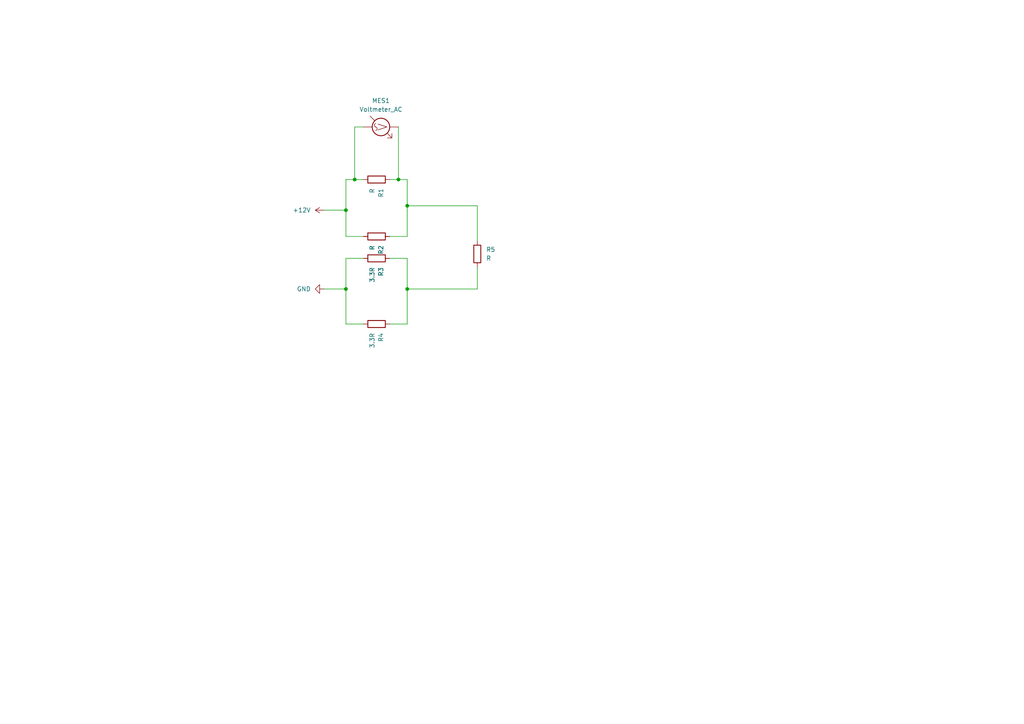
<source format=kicad_sch>
(kicad_sch (version 20230121) (generator eeschema)

  (uuid 99667db9-a10d-4c9c-a941-8c1203a4436d)

  (paper "A4")

  (lib_symbols
    (symbol "Device:R" (pin_numbers hide) (pin_names (offset 0)) (in_bom yes) (on_board yes)
      (property "Reference" "R" (at 2.032 0 90)
        (effects (font (size 1.27 1.27)))
      )
      (property "Value" "R" (at 0 0 90)
        (effects (font (size 1.27 1.27)))
      )
      (property "Footprint" "" (at -1.778 0 90)
        (effects (font (size 1.27 1.27)) hide)
      )
      (property "Datasheet" "~" (at 0 0 0)
        (effects (font (size 1.27 1.27)) hide)
      )
      (property "ki_keywords" "R res resistor" (at 0 0 0)
        (effects (font (size 1.27 1.27)) hide)
      )
      (property "ki_description" "Resistor" (at 0 0 0)
        (effects (font (size 1.27 1.27)) hide)
      )
      (property "ki_fp_filters" "R_*" (at 0 0 0)
        (effects (font (size 1.27 1.27)) hide)
      )
      (symbol "R_0_1"
        (rectangle (start -1.016 -2.54) (end 1.016 2.54)
          (stroke (width 0.254) (type default))
          (fill (type none))
        )
      )
      (symbol "R_1_1"
        (pin passive line (at 0 3.81 270) (length 1.27)
          (name "~" (effects (font (size 1.27 1.27))))
          (number "1" (effects (font (size 1.27 1.27))))
        )
        (pin passive line (at 0 -3.81 90) (length 1.27)
          (name "~" (effects (font (size 1.27 1.27))))
          (number "2" (effects (font (size 1.27 1.27))))
        )
      )
    )
    (symbol "Device:Voltmeter_AC" (pin_numbers hide) (pin_names (offset 0.0254) hide) (in_bom yes) (on_board yes)
      (property "Reference" "MES" (at -3.302 1.016 0)
        (effects (font (size 1.27 1.27)) (justify right))
      )
      (property "Value" "Voltmeter_AC" (at -3.302 -0.762 0)
        (effects (font (size 1.27 1.27)) (justify right))
      )
      (property "Footprint" "" (at 0 2.54 90)
        (effects (font (size 1.27 1.27)) hide)
      )
      (property "Datasheet" "~" (at 0 2.54 90)
        (effects (font (size 1.27 1.27)) hide)
      )
      (property "ki_keywords" "voltmeter AC" (at 0 0 0)
        (effects (font (size 1.27 1.27)) hide)
      )
      (property "ki_description" "AC voltmeter" (at 0 0 0)
        (effects (font (size 1.27 1.27)) hide)
      )
      (symbol "Voltmeter_AC_0_0"
        (polyline
          (pts
            (xy -3.175 -3.175)
            (xy -1.905 -1.905)
          )
          (stroke (width 0) (type default))
          (fill (type none))
        )
        (polyline
          (pts
            (xy 1.905 1.905)
            (xy 3.175 3.175)
          )
          (stroke (width 0) (type default))
          (fill (type none))
        )
        (polyline
          (pts
            (xy 1.905 3.175)
            (xy 3.175 3.175)
            (xy 3.175 1.905)
          )
          (stroke (width 0) (type default))
          (fill (type none))
        )
        (text "V" (at 0 0.508 0)
          (effects (font (size 2.54 2.54)))
        )
      )
      (symbol "Voltmeter_AC_0_1"
        (arc (start -1.016 -1.524) (mid -0.508 -1.902) (end 0 -1.524)
          (stroke (width 0) (type default))
          (fill (type none))
        )
        (circle (center 0 0) (radius 2.54)
          (stroke (width 0.254) (type default))
          (fill (type none))
        )
        (arc (start 1.016 -1.524) (mid 0.508 -1.1274) (end 0 -1.524)
          (stroke (width 0) (type default))
          (fill (type none))
        )
      )
      (symbol "Voltmeter_AC_1_1"
        (pin passive line (at 0 -5.08 90) (length 2.54)
          (name "~" (effects (font (size 1.27 1.27))))
          (number "1" (effects (font (size 1.27 1.27))))
        )
        (pin passive line (at 0 5.08 270) (length 2.54)
          (name "~" (effects (font (size 1.27 1.27))))
          (number "2" (effects (font (size 1.27 1.27))))
        )
      )
    )
    (symbol "power:+12V" (power) (pin_names (offset 0)) (in_bom yes) (on_board yes)
      (property "Reference" "#PWR" (at 0 -3.81 0)
        (effects (font (size 1.27 1.27)) hide)
      )
      (property "Value" "+12V" (at 0 3.556 0)
        (effects (font (size 1.27 1.27)))
      )
      (property "Footprint" "" (at 0 0 0)
        (effects (font (size 1.27 1.27)) hide)
      )
      (property "Datasheet" "" (at 0 0 0)
        (effects (font (size 1.27 1.27)) hide)
      )
      (property "ki_keywords" "global power" (at 0 0 0)
        (effects (font (size 1.27 1.27)) hide)
      )
      (property "ki_description" "Power symbol creates a global label with name \"+12V\"" (at 0 0 0)
        (effects (font (size 1.27 1.27)) hide)
      )
      (symbol "+12V_0_1"
        (polyline
          (pts
            (xy -0.762 1.27)
            (xy 0 2.54)
          )
          (stroke (width 0) (type default))
          (fill (type none))
        )
        (polyline
          (pts
            (xy 0 0)
            (xy 0 2.54)
          )
          (stroke (width 0) (type default))
          (fill (type none))
        )
        (polyline
          (pts
            (xy 0 2.54)
            (xy 0.762 1.27)
          )
          (stroke (width 0) (type default))
          (fill (type none))
        )
      )
      (symbol "+12V_1_1"
        (pin power_in line (at 0 0 90) (length 0) hide
          (name "+12V" (effects (font (size 1.27 1.27))))
          (number "1" (effects (font (size 1.27 1.27))))
        )
      )
    )
    (symbol "power:GND" (power) (pin_names (offset 0)) (in_bom yes) (on_board yes)
      (property "Reference" "#PWR" (at 0 -6.35 0)
        (effects (font (size 1.27 1.27)) hide)
      )
      (property "Value" "GND" (at 0 -3.81 0)
        (effects (font (size 1.27 1.27)))
      )
      (property "Footprint" "" (at 0 0 0)
        (effects (font (size 1.27 1.27)) hide)
      )
      (property "Datasheet" "" (at 0 0 0)
        (effects (font (size 1.27 1.27)) hide)
      )
      (property "ki_keywords" "global power" (at 0 0 0)
        (effects (font (size 1.27 1.27)) hide)
      )
      (property "ki_description" "Power symbol creates a global label with name \"GND\" , ground" (at 0 0 0)
        (effects (font (size 1.27 1.27)) hide)
      )
      (symbol "GND_0_1"
        (polyline
          (pts
            (xy 0 0)
            (xy 0 -1.27)
            (xy 1.27 -1.27)
            (xy 0 -2.54)
            (xy -1.27 -1.27)
            (xy 0 -1.27)
          )
          (stroke (width 0) (type default))
          (fill (type none))
        )
      )
      (symbol "GND_1_1"
        (pin power_in line (at 0 0 270) (length 0) hide
          (name "GND" (effects (font (size 1.27 1.27))))
          (number "1" (effects (font (size 1.27 1.27))))
        )
      )
    )
  )

  (junction (at 118.11 59.69) (diameter 0) (color 0 0 0 0)
    (uuid 2f6fdc93-3061-4ff6-b5bb-06a7be791489)
  )
  (junction (at 100.33 60.96) (diameter 0) (color 0 0 0 0)
    (uuid 858f93d0-25dd-4104-b046-91c02f1d5350)
  )
  (junction (at 115.57 52.07) (diameter 0) (color 0 0 0 0)
    (uuid 9050bace-38e1-4aed-8230-45f29a7a89ce)
  )
  (junction (at 118.11 83.82) (diameter 0) (color 0 0 0 0)
    (uuid 9d2cb94e-a566-4a18-905d-3e2133467cc1)
  )
  (junction (at 100.33 83.82) (diameter 0) (color 0 0 0 0)
    (uuid b8421858-2d4a-46bc-813b-c78746d2d33c)
  )
  (junction (at 102.87 52.07) (diameter 0) (color 0 0 0 0)
    (uuid d7306718-1863-4597-8124-8d32cb3954ce)
  )

  (wire (pts (xy 118.11 74.93) (xy 113.03 74.93))
    (stroke (width 0) (type default))
    (uuid 049fa736-91ed-4ef9-a2e4-1a0b313a8b3b)
  )
  (wire (pts (xy 105.41 36.83) (xy 102.87 36.83))
    (stroke (width 0) (type default))
    (uuid 0580dfab-520d-41f7-8d8b-489ce80b50b4)
  )
  (wire (pts (xy 118.11 93.98) (xy 118.11 83.82))
    (stroke (width 0) (type default))
    (uuid 06ae12fb-58a9-43b0-bf12-67856b136205)
  )
  (wire (pts (xy 118.11 68.58) (xy 113.03 68.58))
    (stroke (width 0) (type default))
    (uuid 14f811fc-f9ae-4dbf-ac1d-fd2b33edbd15)
  )
  (wire (pts (xy 100.33 68.58) (xy 100.33 60.96))
    (stroke (width 0) (type default))
    (uuid 1b96c7bc-6acd-4140-b9fe-3c5c5b62f350)
  )
  (wire (pts (xy 105.41 68.58) (xy 100.33 68.58))
    (stroke (width 0) (type default))
    (uuid 2029a9ef-dd41-4a6b-8880-6659e0a61b83)
  )
  (wire (pts (xy 118.11 59.69) (xy 118.11 68.58))
    (stroke (width 0) (type default))
    (uuid 291ae1ee-f3a9-4d38-b8e3-847d3f565f87)
  )
  (wire (pts (xy 118.11 52.07) (xy 118.11 59.69))
    (stroke (width 0) (type default))
    (uuid 2a2cdef9-3d00-4b59-8bff-a2183809dc4f)
  )
  (wire (pts (xy 102.87 36.83) (xy 102.87 52.07))
    (stroke (width 0) (type default))
    (uuid 61ff1720-1877-405f-8f82-6f14f9b046b6)
  )
  (wire (pts (xy 100.33 52.07) (xy 102.87 52.07))
    (stroke (width 0) (type default))
    (uuid 64e91e9f-bc06-43ec-9cd5-87975338d5e5)
  )
  (wire (pts (xy 113.03 93.98) (xy 118.11 93.98))
    (stroke (width 0) (type default))
    (uuid 6d0679b0-90fd-4a61-a6a4-f2a446230ae3)
  )
  (wire (pts (xy 115.57 36.83) (xy 115.57 52.07))
    (stroke (width 0) (type default))
    (uuid 7002ae63-74e5-46b7-b8e1-3375f0b57967)
  )
  (wire (pts (xy 118.11 83.82) (xy 118.11 74.93))
    (stroke (width 0) (type default))
    (uuid 786829e4-e7b3-4837-8b62-69d285dca293)
  )
  (wire (pts (xy 100.33 83.82) (xy 100.33 93.98))
    (stroke (width 0) (type default))
    (uuid 877e043c-d5b7-4ab8-9a9f-41517bb1cc57)
  )
  (wire (pts (xy 100.33 60.96) (xy 100.33 52.07))
    (stroke (width 0) (type default))
    (uuid 8f0c24bb-a1c8-463e-b119-958a14d3a81e)
  )
  (wire (pts (xy 138.43 59.69) (xy 138.43 69.85))
    (stroke (width 0) (type default))
    (uuid 9065dc7a-6331-48fe-a1ec-db511bd2e728)
  )
  (wire (pts (xy 100.33 83.82) (xy 93.98 83.82))
    (stroke (width 0) (type default))
    (uuid 9a668835-2960-4e76-a111-db4de4ecae4a)
  )
  (wire (pts (xy 105.41 74.93) (xy 100.33 74.93))
    (stroke (width 0) (type default))
    (uuid a1a6a092-6eb2-45ae-ab25-8109c913412d)
  )
  (wire (pts (xy 100.33 74.93) (xy 100.33 83.82))
    (stroke (width 0) (type default))
    (uuid a49e6f66-24d4-40a8-a380-767276c5c6ee)
  )
  (wire (pts (xy 118.11 59.69) (xy 138.43 59.69))
    (stroke (width 0) (type default))
    (uuid ae951137-b2e5-4483-973a-ecfe479021b8)
  )
  (wire (pts (xy 93.98 60.96) (xy 100.33 60.96))
    (stroke (width 0) (type default))
    (uuid b6463cd4-215d-4ece-965d-e474f47316a3)
  )
  (wire (pts (xy 100.33 93.98) (xy 105.41 93.98))
    (stroke (width 0) (type default))
    (uuid cb73b9f1-8e4c-45ad-a061-ea744ccd9197)
  )
  (wire (pts (xy 115.57 52.07) (xy 118.11 52.07))
    (stroke (width 0) (type default))
    (uuid dfc2700d-b149-494c-bee4-eaf277f4144b)
  )
  (wire (pts (xy 138.43 77.47) (xy 138.43 83.82))
    (stroke (width 0) (type default))
    (uuid e444e18e-7d63-4a44-8314-de986ffb41bf)
  )
  (wire (pts (xy 138.43 83.82) (xy 118.11 83.82))
    (stroke (width 0) (type default))
    (uuid f42d7022-648c-4bbf-841c-1ddb2951f372)
  )
  (wire (pts (xy 102.87 52.07) (xy 105.41 52.07))
    (stroke (width 0) (type default))
    (uuid f7a00dd3-1a4b-470a-8877-914ddee5f826)
  )
  (wire (pts (xy 113.03 52.07) (xy 115.57 52.07))
    (stroke (width 0) (type default))
    (uuid f86e8a3e-cfa7-4675-9eb3-0beca6972742)
  )

  (symbol (lib_id "power:GND") (at 93.98 83.82 270) (unit 1)
    (in_bom yes) (on_board yes) (dnp no) (fields_autoplaced)
    (uuid 16bb6cfe-ccde-4704-9f71-6bb0960a275b)
    (property "Reference" "#PWR01" (at 87.63 83.82 0)
      (effects (font (size 1.27 1.27)) hide)
    )
    (property "Value" "GND" (at 90.17 83.82 90)
      (effects (font (size 1.27 1.27)) (justify right))
    )
    (property "Footprint" "" (at 93.98 83.82 0)
      (effects (font (size 1.27 1.27)) hide)
    )
    (property "Datasheet" "" (at 93.98 83.82 0)
      (effects (font (size 1.27 1.27)) hide)
    )
    (pin "1" (uuid 038e4286-0051-4b22-add5-9325851c7bc2))
    (instances
      (project "kicad"
        (path "/99667db9-a10d-4c9c-a941-8c1203a4436d"
          (reference "#PWR01") (unit 1)
        )
      )
    )
  )

  (symbol (lib_id "Device:R") (at 109.22 68.58 270) (unit 1)
    (in_bom yes) (on_board yes) (dnp no) (fields_autoplaced)
    (uuid 192d7906-b711-4ff4-beb1-f44bfb2b69ed)
    (property "Reference" "R2" (at 110.49 71.12 0)
      (effects (font (size 1.27 1.27)) (justify left))
    )
    (property "Value" "R" (at 107.95 71.12 0)
      (effects (font (size 1.27 1.27)) (justify left))
    )
    (property "Footprint" "" (at 109.22 66.802 90)
      (effects (font (size 1.27 1.27)) hide)
    )
    (property "Datasheet" "~" (at 109.22 68.58 0)
      (effects (font (size 1.27 1.27)) hide)
    )
    (pin "1" (uuid 9d880d30-5566-46d5-a375-52439315ebe6))
    (pin "2" (uuid f28b20bb-51dd-44d2-9fb8-9cb3b81ff0e5))
    (instances
      (project "kicad"
        (path "/99667db9-a10d-4c9c-a941-8c1203a4436d"
          (reference "R2") (unit 1)
        )
      )
    )
  )

  (symbol (lib_id "power:+12V") (at 93.98 60.96 90) (unit 1)
    (in_bom yes) (on_board yes) (dnp no) (fields_autoplaced)
    (uuid 2c046d9d-ff1d-4077-afe3-21b9bb5957f4)
    (property "Reference" "#PWR02" (at 97.79 60.96 0)
      (effects (font (size 1.27 1.27)) hide)
    )
    (property "Value" "+12V" (at 90.17 60.96 90)
      (effects (font (size 1.27 1.27)) (justify left))
    )
    (property "Footprint" "" (at 93.98 60.96 0)
      (effects (font (size 1.27 1.27)) hide)
    )
    (property "Datasheet" "" (at 93.98 60.96 0)
      (effects (font (size 1.27 1.27)) hide)
    )
    (pin "1" (uuid e660fee7-df07-426e-9239-82781ccecce9))
    (instances
      (project "kicad"
        (path "/99667db9-a10d-4c9c-a941-8c1203a4436d"
          (reference "#PWR02") (unit 1)
        )
      )
    )
  )

  (symbol (lib_id "Device:R") (at 109.22 74.93 90) (unit 1)
    (in_bom yes) (on_board yes) (dnp no) (fields_autoplaced)
    (uuid 5335405c-0691-412f-b798-2ddcb1d73384)
    (property "Reference" "R3" (at 110.49 77.47 0)
      (effects (font (size 1.27 1.27)) (justify right))
    )
    (property "Value" "3.3R" (at 107.95 77.47 0)
      (effects (font (size 1.27 1.27)) (justify right))
    )
    (property "Footprint" "" (at 109.22 76.708 90)
      (effects (font (size 1.27 1.27)) hide)
    )
    (property "Datasheet" "~" (at 109.22 74.93 0)
      (effects (font (size 1.27 1.27)) hide)
    )
    (pin "1" (uuid 6a81f228-df9d-40f4-86e3-f0f50cdb2809))
    (pin "2" (uuid 75b8935c-9aea-40ab-b8de-7f6c83b3f2fd))
    (instances
      (project "kicad"
        (path "/99667db9-a10d-4c9c-a941-8c1203a4436d"
          (reference "R3") (unit 1)
        )
      )
    )
  )

  (symbol (lib_id "Device:R") (at 109.22 93.98 270) (unit 1)
    (in_bom yes) (on_board yes) (dnp no) (fields_autoplaced)
    (uuid 7e6ecade-d89c-40ed-84ed-128daca96f74)
    (property "Reference" "R4" (at 110.49 96.52 0)
      (effects (font (size 1.27 1.27)) (justify left))
    )
    (property "Value" "3.3R" (at 107.95 96.52 0)
      (effects (font (size 1.27 1.27)) (justify left))
    )
    (property "Footprint" "" (at 109.22 92.202 90)
      (effects (font (size 1.27 1.27)) hide)
    )
    (property "Datasheet" "~" (at 109.22 93.98 0)
      (effects (font (size 1.27 1.27)) hide)
    )
    (pin "1" (uuid 240f1204-bd4a-4cde-872b-eb3775b6dbcf))
    (pin "2" (uuid 4226c296-df02-47f1-8fb1-358c6a55545b))
    (instances
      (project "kicad"
        (path "/99667db9-a10d-4c9c-a941-8c1203a4436d"
          (reference "R4") (unit 1)
        )
      )
    )
  )

  (symbol (lib_id "Device:R") (at 109.22 52.07 270) (unit 1)
    (in_bom yes) (on_board yes) (dnp no) (fields_autoplaced)
    (uuid 89fe2ccb-44c0-4867-8e7b-0fc38e3258e3)
    (property "Reference" "R1" (at 110.49 54.61 0)
      (effects (font (size 1.27 1.27)) (justify left))
    )
    (property "Value" "R" (at 107.95 54.61 0)
      (effects (font (size 1.27 1.27)) (justify left))
    )
    (property "Footprint" "" (at 109.22 50.292 90)
      (effects (font (size 1.27 1.27)) hide)
    )
    (property "Datasheet" "~" (at 109.22 52.07 0)
      (effects (font (size 1.27 1.27)) hide)
    )
    (pin "1" (uuid 0c6c922e-b713-48ec-9276-0386a3946e74))
    (pin "2" (uuid b9c06495-d764-49a7-85b9-d4beb386fcd2))
    (instances
      (project "kicad"
        (path "/99667db9-a10d-4c9c-a941-8c1203a4436d"
          (reference "R1") (unit 1)
        )
      )
    )
  )

  (symbol (lib_id "Device:Voltmeter_AC") (at 110.49 36.83 270) (unit 1)
    (in_bom yes) (on_board yes) (dnp no) (fields_autoplaced)
    (uuid fade3d97-bb64-4ca0-8ff0-7f3e142b9992)
    (property "Reference" "MES1" (at 110.49 29.21 90)
      (effects (font (size 1.27 1.27)))
    )
    (property "Value" "Voltmeter_AC" (at 110.49 31.75 90)
      (effects (font (size 1.27 1.27)))
    )
    (property "Footprint" "" (at 113.03 36.83 90)
      (effects (font (size 1.27 1.27)) hide)
    )
    (property "Datasheet" "~" (at 113.03 36.83 90)
      (effects (font (size 1.27 1.27)) hide)
    )
    (pin "1" (uuid 93b49ce3-1075-47c0-a0ba-24c99f249143))
    (pin "2" (uuid d6b01dbd-0bf2-46a9-b943-c71932ff340e))
    (instances
      (project "kicad"
        (path "/99667db9-a10d-4c9c-a941-8c1203a4436d"
          (reference "MES1") (unit 1)
        )
      )
    )
  )

  (symbol (lib_id "Device:R") (at 138.43 73.66 180) (unit 1)
    (in_bom yes) (on_board yes) (dnp no) (fields_autoplaced)
    (uuid fc1978e9-cbd7-4b94-bf05-63f1e7ea14cb)
    (property "Reference" "R5" (at 140.97 72.39 0)
      (effects (font (size 1.27 1.27)) (justify right))
    )
    (property "Value" "R" (at 140.97 74.93 0)
      (effects (font (size 1.27 1.27)) (justify right))
    )
    (property "Footprint" "" (at 140.208 73.66 90)
      (effects (font (size 1.27 1.27)) hide)
    )
    (property "Datasheet" "~" (at 138.43 73.66 0)
      (effects (font (size 1.27 1.27)) hide)
    )
    (pin "1" (uuid bfbd0a91-df8d-41ec-bba9-f9d1bc980e6c))
    (pin "2" (uuid c3151fe0-5432-429a-9828-2937737f0b78))
    (instances
      (project "kicad"
        (path "/99667db9-a10d-4c9c-a941-8c1203a4436d"
          (reference "R5") (unit 1)
        )
      )
    )
  )

  (sheet_instances
    (path "/" (page "1"))
  )
)

</source>
